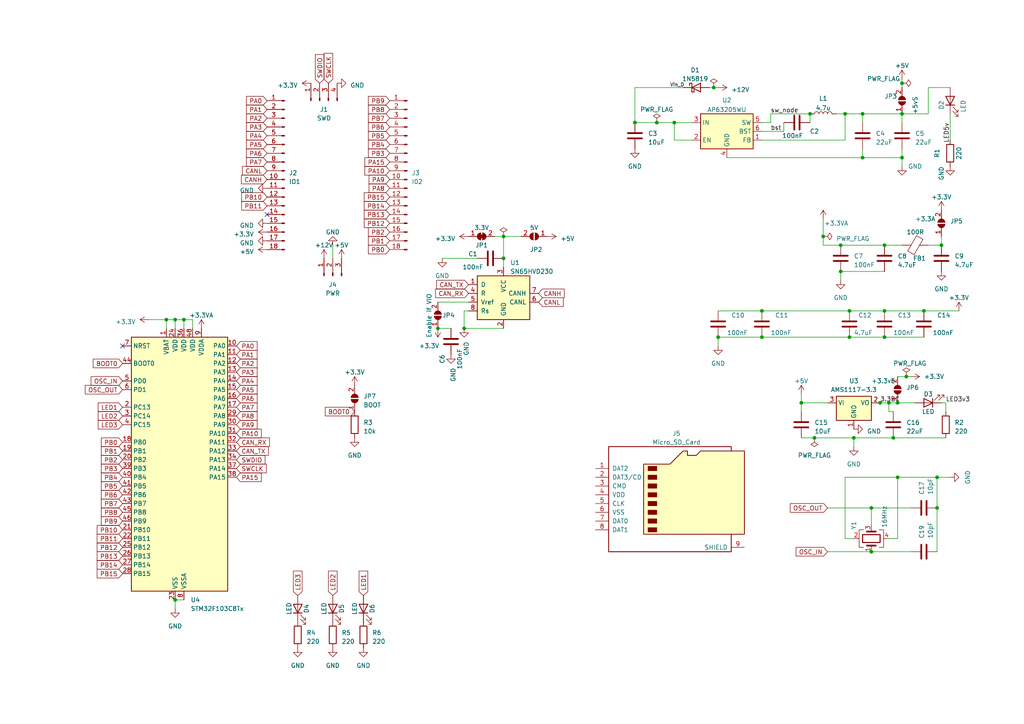
<source format=kicad_sch>
(kicad_sch (version 20230121) (generator eeschema)
  (paper "A4")
  (lib_symbols
    (symbol "Connector:Conn_01x03_Pin" (pin_names (offset 1.016) hide)
      (property "Reference" "J" (at 0 5.08 0))
      (property "Value" "Conn_01x03_Pin" (at 0 -5.08 0))
      (symbol "Conn_01x03_Pin_1_1"
        (pin passive line (at 5.08 2.54 180) (length 3.81) (name "Pin_1") (number "1"))
        (pin passive line (at 5.08 0 180) (length 3.81) (name "Pin_2") (number "2"))
        (pin passive line (at 5.08 -2.54 180) (length 3.81) (name "Pin_3") (number "3"))
      )
    )
    (symbol "Connector:Conn_01x04_Pin" (pin_names (offset 1.016) hide)
      (property "Reference" "J" (at 0 5.08 0))
      (property "Value" "Conn_01x04_Pin" (at 0 -7.62 0))
      (symbol "Conn_01x04_Pin_1_1"
        (pin passive line (at 5.08 2.54 180) (length 3.81) (name "Pin_1") (number "1"))
        (pin passive line (at 5.08 0 180) (length 3.81) (name "Pin_2") (number "2"))
        (pin passive line (at 5.08 -2.54 180) (length 3.81) (name "Pin_3") (number "3"))
        (pin passive line (at 5.08 -5.08 180) (length 3.81) (name "Pin_4") (number "4"))
      )
    )
    (symbol "Connector:Conn_01x18_Pin" (pin_names (offset 1.016) hide)
      (property "Reference" "J" (at 0 22.86 0))
      (property "Value" "Conn_01x18_Pin" (at 0 -25.4 0))
      (symbol "Conn_01x18_Pin_1_1"
        (pin passive line (at 5.08 20.32 180) (length 3.81) (name "Pin_1") (number "1"))
        (pin passive line (at 5.08 -2.54 180) (length 3.81) (name "Pin_10") (number "10"))
        (pin passive line (at 5.08 -5.08 180) (length 3.81) (name "Pin_11") (number "11"))
        (pin passive line (at 5.08 -7.62 180) (length 3.81) (name "Pin_12") (number "12"))
        (pin passive line (at 5.08 -10.16 180) (length 3.81) (name "Pin_13") (number "13"))
        (pin passive line (at 5.08 -12.7 180) (length 3.81) (name "Pin_14") (number "14"))
        (pin passive line (at 5.08 -15.24 180) (length 3.81) (name "Pin_15") (number "15"))
        (pin passive line (at 5.08 -17.78 180) (length 3.81) (name "Pin_16") (number "16"))
        (pin passive line (at 5.08 -20.32 180) (length 3.81) (name "Pin_17") (number "17"))
        (pin passive line (at 5.08 -22.86 180) (length 3.81) (name "Pin_18") (number "18"))
        (pin passive line (at 5.08 17.78 180) (length 3.81) (name "Pin_2") (number "2"))
        (pin passive line (at 5.08 15.24 180) (length 3.81) (name "Pin_3") (number "3"))
        (pin passive line (at 5.08 12.7 180) (length 3.81) (name "Pin_4") (number "4"))
        (pin passive line (at 5.08 10.16 180) (length 3.81) (name "Pin_5") (number "5"))
        (pin passive line (at 5.08 7.62 180) (length 3.81) (name "Pin_6") (number "6"))
        (pin passive line (at 5.08 5.08 180) (length 3.81) (name "Pin_7") (number "7"))
        (pin passive line (at 5.08 2.54 180) (length 3.81) (name "Pin_8") (number "8"))
        (pin passive line (at 5.08 0 180) (length 3.81) (name "Pin_9") (number "9"))
      )
    )
    (symbol "Connector:Micro_SD_Card" (pin_names (offset 1.016))
      (property "Reference" "J" (at -16.51 15.24 0))
      (property "Value" "Micro_SD_Card" (at 16.51 15.24 0))
      (symbol "Micro_SD_Card_1_1"
        (pin bidirectional line (at -22.86 7.62 0) (length 3.81) (name "DAT2") (number "1"))
        (pin bidirectional line (at -22.86 5.08 0) (length 3.81) (name "DAT3/CD") (number "2"))
        (pin input line (at -22.86 2.54 0) (length 3.81) (name "CMD") (number "3"))
        (pin power_in line (at -22.86 0 0) (length 3.81) (name "VDD") (number "4"))
        (pin input line (at -22.86 -2.54 0) (length 3.81) (name "CLK") (number "5"))
        (pin power_in line (at -22.86 -5.08 0) (length 3.81) (name "VSS") (number "6"))
        (pin bidirectional line (at -22.86 -7.62 0) (length 3.81) (name "DAT0") (number "7"))
        (pin bidirectional line (at -22.86 -10.16 0) (length 3.81) (name "DAT1") (number "8"))
        (pin passive line (at 20.32 -15.24 180) (length 3.81) (name "SHIELD") (number "9"))
      )
    )
    (symbol "Device:C" (pin_numbers hide) (pin_names (offset 0.254))
      (property "Reference" "C" (at 0.635 2.54 0))
      (property "Value" "C" (at 0.635 -2.54 0))
      (symbol "C_1_1"
        (pin passive line (at 0 3.81 270) (length 2.794) (name "~") (number "1"))
        (pin passive line (at 0 -3.81 90) (length 2.794) (name "~") (number "2"))
      )
    )
    (symbol "Device:Crystal_GND24" (pin_names (offset 1.016) hide)
      (property "Reference" "Y" (at 3.175 5.08 0))
      (property "Value" "Crystal_GND24" (at 3.175 3.175 0))
      (symbol "Crystal_GND24_1_1"
        (pin passive line (at -3.81 0 0) (length 1.27) (name "1") (number "1"))
        (pin passive line (at 0 5.08 270) (length 1.27) (name "2") (number "2"))
        (pin passive line (at 3.81 0 180) (length 1.27) (name "3") (number "3"))
        (pin passive line (at 0 -5.08 90) (length 1.27) (name "4") (number "4"))
      )
    )
    (symbol "Device:D_Schottky" (pin_numbers hide) (pin_names (offset 1.016) hide)
      (property "Reference" "D" (at 0 2.54 0))
      (property "Value" "D_Schottky" (at 0 -2.54 0))
      (symbol "D_Schottky_1_1"
        (pin passive line (at -3.81 0 0) (length 2.54) (name "K") (number "1"))
        (pin passive line (at 3.81 0 180) (length 2.54) (name "A") (number "2"))
      )
    )
    (symbol "Device:FerriteBead" (pin_numbers hide) (pin_names (offset 0))
      (property "Reference" "FB" (at -3.81 0.635 90))
      (property "Value" "FerriteBead" (at 3.81 0 90))
      (symbol "FerriteBead_1_1"
        (pin passive line (at 0 3.81 270) (length 2.54) (name "~") (number "1"))
        (pin passive line (at 0 -3.81 90) (length 2.54) (name "~") (number "2"))
      )
    )
    (symbol "Device:L" (pin_numbers hide) (pin_names (offset 1.016) hide)
      (property "Reference" "L" (at -1.27 0 90))
      (property "Value" "L" (at 1.905 0 90))
      (symbol "L_1_1"
        (pin passive line (at 0 3.81 270) (length 1.27) (name "1") (number "1"))
        (pin passive line (at 0 -3.81 90) (length 1.27) (name "2") (number "2"))
      )
    )
    (symbol "Device:LED" (pin_numbers hide) (pin_names (offset 1.016) hide)
      (property "Reference" "D" (at 0 2.54 0))
      (property "Value" "LED" (at 0 -2.54 0))
      (symbol "LED_1_1"
        (pin passive line (at -3.81 0 0) (length 2.54) (name "K") (number "1"))
        (pin passive line (at 3.81 0 180) (length 2.54) (name "A") (number "2"))
      )
    )
    (symbol "Device:R" (pin_numbers hide) (pin_names (offset 0))
      (property "Reference" "R" (at 2.032 0 90))
      (property "Value" "R" (at 0 0 90))
      (symbol "R_1_1"
        (pin passive line (at 0 3.81 270) (length 1.27) (name "~") (number "1"))
        (pin passive line (at 0 -3.81 90) (length 1.27) (name "~") (number "2"))
      )
    )
    (symbol "Interface_CAN_LIN:SN65HVD230" (pin_names (offset 1.016))
      (property "Reference" "U" (at -2.54 10.16 0))
      (property "Value" "SN65HVD230" (at -2.54 7.62 0))
      (symbol "SN65HVD230_1_1"
        (pin input line (at -10.16 2.54 0) (length 2.54) (name "D") (number "1"))
        (pin power_in line (at 0 -10.16 90) (length 2.54) (name "GND") (number "2"))
        (pin power_in line (at 0 7.62 270) (length 2.54) (name "VCC") (number "3"))
        (pin output line (at -10.16 0 0) (length 2.54) (name "R") (number "4"))
        (pin output line (at -10.16 -2.54 0) (length 2.54) (name "Vref") (number "5"))
        (pin bidirectional line (at 10.16 -2.54 180) (length 2.54) (name "CANL") (number "6"))
        (pin bidirectional line (at 10.16 0 180) (length 2.54) (name "CANH") (number "7"))
        (pin input line (at -10.16 -5.08 0) (length 2.54) (name "Rs") (number "8"))
      )
    )
    (symbol "Jumper:SolderJumper_2_Bridged" (pin_names (offset 0) hide)
      (property "Reference" "JP" (at 0 2.032 0))
      (property "Value" "SolderJumper_2_Bridged" (at 0 -2.54 0))
      (symbol "SolderJumper_2_Bridged_1_1"
        (pin passive line (at -3.81 0 0) (length 2.54) (name "A") (number "1"))
        (pin passive line (at 3.81 0 180) (length 2.54) (name "B") (number "2"))
      )
    )
    (symbol "Jumper:SolderJumper_2_Open" (pin_names (offset 0) hide)
      (property "Reference" "JP" (at 0 2.032 0))
      (property "Value" "SolderJumper_2_Open" (at 0 -2.54 0))
      (symbol "SolderJumper_2_Open_1_1"
        (pin passive line (at -3.81 0 0) (length 2.54) (name "A") (number "1"))
        (pin passive line (at 3.81 0 180) (length 2.54) (name "B") (number "2"))
      )
    )
    (symbol "MCU_ST_STM32F1:STM32F103C8Tx"
      (property "Reference" "U" (at -12.7 39.37 0))
      (property "Value" "STM32F103C8Tx" (at 10.16 39.37 0))
      (symbol "STM32F103C8Tx_1_1"
        (pin power_in line (at -2.54 40.64 270) (length 2.54) (name "VBAT") (number "1"))
        (pin bidirectional line (at 17.78 35.56 180) (length 2.54) (name "PA0") (number "10"))
        (pin bidirectional line (at 17.78 33.02 180) (length 2.54) (name "PA1") (number "11"))
        (pin bidirectional line (at 17.78 30.48 180) (length 2.54) (name "PA2") (number "12"))
        (pin bidirectional line (at 17.78 27.94 180) (length 2.54) (name "PA3") (number "13"))
        (pin bidirectional line (at 17.78 25.4 180) (length 2.54) (name "PA4") (number "14"))
        (pin bidirectional line (at 17.78 22.86 180) (length 2.54) (name "PA5") (number "15"))
        (pin bidirectional line (at 17.78 20.32 180) (length 2.54) (name "PA6") (number "16"))
        (pin bidirectional line (at 17.78 17.78 180) (length 2.54) (name "PA7") (number "17"))
        (pin bidirectional line (at -15.24 7.62 0) (length 2.54) (name "PB0") (number "18"))
        (pin bidirectional line (at -15.24 5.08 0) (length 2.54) (name "PB1") (number "19"))
        (pin bidirectional line (at -15.24 17.78 0) (length 2.54) (name "PC13") (number "2"))
        (pin bidirectional line (at -15.24 2.54 0) (length 2.54) (name "PB2") (number "20"))
        (pin bidirectional line (at -15.24 -17.78 0) (length 2.54) (name "PB10") (number "21"))
        (pin bidirectional line (at -15.24 -20.32 0) (length 2.54) (name "PB11") (number "22"))
        (pin power_in line (at 0 -38.1 90) (length 2.54) (name "VSS") (number "23"))
        (pin power_in line (at 0 40.64 270) (length 2.54) (name "VDD") (number "24"))
        (pin bidirectional line (at -15.24 -22.86 0) (length 2.54) (name "PB12") (number "25"))
        (pin bidirectional line (at -15.24 -25.4 0) (length 2.54) (name "PB13") (number "26"))
        (pin bidirectional line (at -15.24 -27.94 0) (length 2.54) (name "PB14") (number "27"))
        (pin bidirectional line (at -15.24 -30.48 0) (length 2.54) (name "PB15") (number "28"))
        (pin bidirectional line (at 17.78 15.24 180) (length 2.54) (name "PA8") (number "29"))
        (pin bidirectional line (at -15.24 15.24 0) (length 2.54) (name "PC14") (number "3"))
        (pin bidirectional line (at 17.78 12.7 180) (length 2.54) (name "PA9") (number "30"))
        (pin bidirectional line (at 17.78 10.16 180) (length 2.54) (name "PA10") (number "31"))
        (pin bidirectional line (at 17.78 7.62 180) (length 2.54) (name "PA11") (number "32"))
        (pin bidirectional line (at 17.78 5.08 180) (length 2.54) (name "PA12") (number "33"))
        (pin bidirectional line (at 17.78 2.54 180) (length 2.54) (name "PA13") (number "34"))
        (pin passive line (at 0 -38.1 90) (length 2.54) hide (name "VSS") (number "35"))
        (pin power_in line (at 2.54 40.64 270) (length 2.54) (name "VDD") (number "36"))
        (pin bidirectional line (at 17.78 0 180) (length 2.54) (name "PA14") (number "37"))
        (pin bidirectional line (at 17.78 -2.54 180) (length 2.54) (name "PA15") (number "38"))
        (pin bidirectional line (at -15.24 0 0) (length 2.54) (name "PB3") (number "39"))
        (pin bidirectional line (at -15.24 12.7 0) (length 2.54) (name "PC15") (number "4"))
        (pin bidirectional line (at -15.24 -2.54 0) (length 2.54) (name "PB4") (number "40"))
        (pin bidirectional line (at -15.24 -5.08 0) (length 2.54) (name "PB5") (number "41"))
        (pin bidirectional line (at -15.24 -7.62 0) (length 2.54) (name "PB6") (number "42"))
        (pin bidirectional line (at -15.24 -10.16 0) (length 2.54) (name "PB7") (number "43"))
        (pin input line (at -15.24 30.48 0) (length 2.54) (name "BOOT0") (number "44"))
        (pin bidirectional line (at -15.24 -12.7 0) (length 2.54) (name "PB8") (number "45"))
        (pin bidirectional line (at -15.24 -15.24 0) (length 2.54) (name "PB9") (number "46"))
        (pin passive line (at 0 -38.1 90) (length 2.54) hide (name "VSS") (number "47"))
        (pin power_in line (at 5.08 40.64 270) (length 2.54) (name "VDD") (number "48"))
        (pin bidirectional line (at -15.24 25.4 0) (length 2.54) (name "PD0") (number "5"))
        (pin bidirectional line (at -15.24 22.86 0) (length 2.54) (name "PD1") (number "6"))
        (pin input line (at -15.24 35.56 0) (length 2.54) (name "NRST") (number "7"))
        (pin power_in line (at 2.54 -38.1 90) (length 2.54) (name "VSSA") (number "8"))
        (pin power_in line (at 7.62 40.64 270) (length 2.54) (name "VDDA") (number "9"))
      )
    )
    (symbol "Regulator_Linear:AMS1117-3.3"
      (property "Reference" "U" (at -3.81 3.175 0))
      (property "Value" "AMS1117-3.3" (at 0 3.175 0))
      (symbol "AMS1117-3.3_1_1"
        (pin power_in line (at 0 -7.62 90) (length 2.54) (name "GND") (number "1"))
        (pin power_out line (at 7.62 0 180) (length 2.54) (name "VO") (number "2"))
        (pin power_in line (at -7.62 0 0) (length 2.54) (name "VI") (number "3"))
      )
    )
    (symbol "Regulator_Switching:AP63205WU"
      (property "Reference" "U" (at -7.62 6.35 0))
      (property "Value" "AP63205WU" (at 2.54 6.35 0))
      (symbol "AP63205WU_1_1"
        (pin input line (at 10.16 -2.54 180) (length 2.54) (name "FB") (number "1"))
        (pin input line (at -10.16 -2.54 0) (length 2.54) (name "EN") (number "2"))
        (pin power_in line (at -10.16 2.54 0) (length 2.54) (name "IN") (number "3"))
        (pin power_in line (at 0 -7.62 90) (length 2.54) (name "GND") (number "4"))
        (pin output line (at 10.16 2.54 180) (length 2.54) (name "SW") (number "5"))
        (pin passive line (at 10.16 0 180) (length 2.54) (name "BST") (number "6"))
      )
    )
    (symbol "power:+12V" (power) (pin_names (offset 0))
      (property "Value" "+12V" (at 0 3.556 0))
      (symbol "+12V_1_1"
        (pin power_in line (at 0 0 90) (length 0) hide (name "+12V") (number "1"))
      )
    )
    (symbol "power:+3.3V" (power) (pin_names (offset 0))
      (property "Value" "+3.3V" (at 0 3.556 0))
      (symbol "+3.3V_1_1"
        (pin power_in line (at 0 0 90) (length 0) hide (name "+3.3V") (number "1"))
      )
    )
    (symbol "power:+3.3VA" (power) (pin_names (offset 0))
      (property "Value" "+3.3VA" (at 0 3.556 0))
      (symbol "+3.3VA_1_1"
        (pin power_in line (at 0 0 90) (length 0) hide (name "+3.3VA") (number "1"))
      )
    )
    (symbol "power:+5V" (power) (pin_names (offset 0))
      (property "Value" "+5V" (at 0 3.556 0))
      (symbol "+5V_1_1"
        (pin power_in line (at 0 0 90) (length 0) hide (name "+5V") (number "1"))
      )
    )
    (symbol "power:GND" (power) (pin_names (offset 0))
      (property "Value" "GND" (at 0 -3.81 0))
      (symbol "GND_1_1"
        (pin power_in line (at 0 0 270) (length 0) hide (name "GND") (number "1"))
      )
    )
    (symbol "power:PWR_FLAG" (power) (pin_numbers hide) (pin_names (offset 0) hide)
      (property "Value" "PWR_FLAG" (at 0 3.81 0))
      (symbol "PWR_FLAG_0_0"
        (pin power_out line (at 0 0 90) (length 0) (name "pwr") (number "1"))
      )
    )
  )
  (junction (at 146.05 68.58))
  (junction (at 252.73 147.32))
  (junction (at 53.34 92.71))
  (junction (at 256.54 90.17))
  (junction (at 247.65 127))
  (junction (at 273.05 71.12))
  (junction (at 271.78 147.32))
  (junction (at 246.38 97.79))
  (junction (at 261.62 24.13))
  (junction (at 255.27 116.84))
  (junction (at 48.26 92.71))
  (junction (at 246.38 90.17))
  (junction (at 220.98 97.79))
  (junction (at 259.08 127))
  (junction (at 190.5 35.56))
  (junction (at 243.84 78.74))
  (junction (at 232.41 116.84))
  (junction (at 256.54 71.12))
  (junction (at 184.15 35.56))
  (junction (at 236.22 127))
  (junction (at 238.76 68.58))
  (junction (at 257.81 116.84))
  (junction (at 134.62 95.25))
  (junction (at 256.54 97.79))
  (junction (at 261.62 33.02))
  (junction (at 208.28 97.79))
  (junction (at 220.98 90.17))
  (junction (at 252.73 160.02))
  (junction (at 267.97 90.17))
  (junction (at 234.95 33.02))
  (junction (at 250.19 33.02))
  (junction (at 262.89 109.22))
  (junction (at 127 95.25))
  (junction (at 260.35 138.43))
  (junction (at 271.78 138.43))
  (junction (at 146.05 74.93))
  (junction (at 261.62 45.72))
  (junction (at 195.58 35.56))
  (junction (at 50.8 173.99))
  (junction (at 243.84 71.12))
  (junction (at 50.8 92.71))
  (junction (at 207.01 25.4))
  (junction (at 245.11 33.02))
  (junction (at 250.19 45.72))
  (junction (at 260.35 116.84))
  (no_connect (at 35.56 100.33))
  (no_connect (at 77.47 62.23))
  (wire (pts (xy 227.33 35.56) (xy 227.33 38.1)))
  (wire (pts (xy 210.82 45.72) (xy 250.19 45.72)))
  (wire (pts (xy 271.78 147.32) (xy 271.78 138.43)))
  (wire (pts (xy 275.59 25.4) (xy 269.24 25.4)))
  (wire (pts (xy 246.38 97.79) (xy 256.54 97.79)))
  (wire (pts (xy 50.8 173.99) (xy 53.34 173.99)))
  (wire (pts (xy 247.65 127) (xy 259.08 127)))
  (wire (pts (xy 232.41 127) (xy 236.22 127)))
  (wire (pts (xy 252.73 160.02) (xy 264.16 160.02)))
  (wire (pts (xy 245.11 40.64) (xy 245.11 33.02)))
  (wire (pts (xy 55.88 92.71) (xy 55.88 95.25)))
  (wire (pts (xy 190.5 35.56) (xy 195.58 35.56)))
  (wire (pts (xy 252.73 147.32) (xy 252.73 152.4)))
  (wire (pts (xy 223.52 35.56) (xy 223.52 33.02)))
  (wire (pts (xy 50.8 92.71) (xy 53.34 92.71)))
  (wire (pts (xy 260.35 156.21) (xy 257.81 156.21)))
  (wire (pts (xy 232.41 116.84) (xy 232.41 114.3)))
  (wire (pts (xy 243.84 78.74) (xy 256.54 78.74)))
  (wire (pts (xy 146.05 74.93) (xy 146.05 77.47)))
  (wire (pts (xy 260.35 116.84) (xy 265.43 116.84)))
  (wire (pts (xy 250.19 43.18) (xy 250.19 45.72)))
  (wire (pts (xy 252.73 147.32) (xy 264.16 147.32)))
  (wire (pts (xy 220.98 90.17) (xy 246.38 90.17)))
  (wire (pts (xy 146.05 68.58) (xy 151.13 68.58)))
  (wire (pts (xy 240.03 116.84) (xy 232.41 116.84)))
  (wire (pts (xy 261.62 24.13) (xy 261.62 25.4)))
  (wire (pts (xy 232.41 116.84) (xy 232.41 119.38)))
  (wire (pts (xy 234.95 33.02) (xy 234.95 35.56)))
  (wire (pts (xy 208.28 25.4) (xy 207.01 25.4)))
  (wire (pts (xy 184.15 25.4) (xy 184.15 35.56)))
  (wire (pts (xy 267.97 90.17) (xy 278.13 90.17)))
  (wire (pts (xy 269.24 33.02) (xy 261.62 33.02)))
  (wire (pts (xy 245.11 156.21) (xy 245.11 138.43)))
  (wire (pts (xy 260.35 109.22) (xy 262.89 109.22)))
  (wire (pts (xy 254 116.84) (xy 255.27 116.84)))
  (wire (pts (xy 236.22 127) (xy 247.65 127)))
  (wire (pts (xy 273.05 68.58) (xy 273.05 71.12)))
  (wire (pts (xy 261.62 43.18) (xy 261.62 45.72)))
  (wire (pts (xy 269.24 71.12) (xy 273.05 71.12)))
  (wire (pts (xy 53.34 92.71) (xy 53.34 95.25)))
  (wire (pts (xy 261.62 33.02) (xy 261.62 35.56)))
  (wire (pts (xy 250.19 45.72) (xy 261.62 45.72)))
  (wire (pts (xy 96.52 71.12) (xy 96.52 74.93)))
  (wire (pts (xy 134.62 95.25) (xy 134.62 90.17)))
  (wire (pts (xy 146.05 95.25) (xy 134.62 95.25)))
  (wire (pts (xy 275.59 138.43) (xy 271.78 138.43)))
  (wire (pts (xy 256.54 90.17) (xy 267.97 90.17)))
  (wire (pts (xy 207.01 25.4) (xy 205.74 25.4)))
  (wire (pts (xy 261.62 22.86) (xy 261.62 24.13)))
  (wire (pts (xy 43.18 92.71) (xy 48.26 92.71)))
  (wire (pts (xy 50.8 92.71) (xy 50.8 95.25)))
  (wire (pts (xy 220.98 40.64) (xy 245.11 40.64)))
  (wire (pts (xy 134.62 90.17) (xy 135.89 90.17)))
  (wire (pts (xy 220.98 97.79) (xy 246.38 97.79)))
  (wire (pts (xy 48.26 92.71) (xy 48.26 95.25)))
  (wire (pts (xy 243.84 71.12) (xy 256.54 71.12)))
  (wire (pts (xy 220.98 35.56) (xy 223.52 35.56)))
  (wire (pts (xy 257.81 116.84) (xy 260.35 116.84)))
  (wire (pts (xy 250.19 33.02) (xy 250.19 35.56)))
  (wire (pts (xy 260.35 138.43) (xy 271.78 138.43)))
  (wire (pts (xy 238.76 68.58) (xy 238.76 71.12)))
  (wire (pts (xy 143.51 68.58) (xy 146.05 68.58)))
  (wire (pts (xy 208.28 97.79) (xy 220.98 97.79)))
  (wire (pts (xy 208.28 97.79) (xy 208.28 100.33)))
  (wire (pts (xy 269.24 25.4) (xy 269.24 33.02)))
  (wire (pts (xy 246.38 90.17) (xy 256.54 90.17)))
  (wire (pts (xy 238.76 63.5) (xy 238.76 68.58)))
  (wire (pts (xy 48.26 92.71) (xy 50.8 92.71)))
  (wire (pts (xy 184.15 25.4) (xy 198.12 25.4)))
  (wire (pts (xy 200.66 40.64) (xy 195.58 40.64)))
  (wire (pts (xy 259.08 127) (xy 274.32 127)))
  (wire (pts (xy 53.34 92.71) (xy 55.88 92.71)))
  (wire (pts (xy 261.62 45.72) (xy 261.62 48.26)))
  (wire (pts (xy 208.28 90.17) (xy 220.98 90.17)))
  (wire (pts (xy 127 95.25) (xy 130.81 95.25)))
  (wire (pts (xy 146.05 68.58) (xy 146.05 74.93)))
  (wire (pts (xy 245.11 33.02) (xy 250.19 33.02)))
  (wire (pts (xy 274.32 119.38) (xy 274.32 116.84)))
  (wire (pts (xy 184.15 35.56) (xy 190.5 35.56)))
  (wire (pts (xy 223.52 33.02) (xy 234.95 33.02)))
  (wire (pts (xy 243.84 78.74) (xy 243.84 81.28)))
  (wire (pts (xy 273.05 116.84) (xy 274.32 116.84)))
  (wire (pts (xy 256.54 71.12) (xy 261.62 71.12)))
  (wire (pts (xy 245.11 138.43) (xy 260.35 138.43)))
  (wire (pts (xy 252.73 160.02) (xy 240.03 160.02)))
  (wire (pts (xy 260.35 156.21) (xy 260.35 138.43)))
  (wire (pts (xy 195.58 35.56) (xy 200.66 35.56)))
  (wire (pts (xy 262.89 109.22) (xy 264.16 109.22)))
  (wire (pts (xy 50.8 173.99) (xy 50.8 176.53)))
  (wire (pts (xy 257.81 116.84) (xy 257.81 119.38)))
  (wire (pts (xy 247.65 127) (xy 247.65 129.54)))
  (wire (pts (xy 271.78 160.02) (xy 271.78 147.32)))
  (wire (pts (xy 240.03 147.32) (xy 252.73 147.32)))
  (wire (pts (xy 275.59 33.02) (xy 275.59 40.64)))
  (wire (pts (xy 255.27 116.84) (xy 257.81 116.84)))
  (wire (pts (xy 250.19 33.02) (xy 261.62 33.02)))
  (wire (pts (xy 128.27 74.93) (xy 138.43 74.93)))
  (wire (pts (xy 238.76 71.12) (xy 243.84 71.12)))
  (wire (pts (xy 220.98 38.1) (xy 227.33 38.1)))
  (wire (pts (xy 127 87.63) (xy 135.89 87.63)))
  (wire (pts (xy 256.54 97.79) (xy 267.97 97.79)))
  (wire (pts (xy 257.81 119.38) (xy 259.08 119.38)))
  (wire (pts (xy 245.11 156.21) (xy 247.65 156.21)))
  (wire (pts (xy 195.58 40.64) (xy 195.58 35.56)))
  (wire (pts (xy 242.57 33.02) (xy 245.11 33.02)))
  (label "Vin_D" (at 194.31 25.4 0) (effects (font (size 1 1))))
  (label "LED5v" (at 275.59 35.56 270))
  (label "sw_node" (at 223.52 33.02 0))
  (label "3.3BC" (at 255.27 116.84 0))
  (label "bst" (at 223.52 38.1 0))
  (label "LED3v3" (at 274.32 116.84 0))
  (global_label "PB10" (shape input) (at 77.47 57.15 180) (property "Intersheetrefs" "${INTERSHEET_REFS}" (effects hide)))
  (global_label "PA1" (shape input) (at 77.47 31.75 180) (property "Intersheetrefs" "${INTERSHEET_REFS}" (effects hide)))
  (global_label "PA4" (shape input) (at 68.58 110.49 0) (property "Intersheetrefs" "${INTERSHEET_REFS}" (effects hide)))
  (global_label "LED3" (shape input) (at 35.56 123.19 180) (property "Intersheetrefs" "${INTERSHEET_REFS}" (effects hide)))
  (global_label "PA0" (shape input) (at 77.47 29.21 180) (property "Intersheetrefs" "${INTERSHEET_REFS}" (effects hide)))
  (global_label "PB8" (shape input) (at 35.56 148.59 180) (property "Intersheetrefs" "${INTERSHEET_REFS}" (effects hide)))
  (global_label "PA9" (shape input) (at 68.58 123.19 0) (property "Intersheetrefs" "${INTERSHEET_REFS}" (effects hide)))
  (global_label "PA7" (shape input) (at 68.58 118.11 0) (property "Intersheetrefs" "${INTERSHEET_REFS}" (effects hide)))
  (global_label "PB15" (shape input) (at 35.56 166.37 180) (property "Intersheetrefs" "${INTERSHEET_REFS}" (effects hide)))
  (global_label "PA3" (shape input) (at 77.47 36.83 180) (property "Intersheetrefs" "${INTERSHEET_REFS}" (effects hide)))
  (global_label "PA8" (shape input) (at 113.03 54.61 180) (property "Intersheetrefs" "${INTERSHEET_REFS}" (effects hide)))
  (global_label "PA10" (shape input) (at 68.58 125.73 0) (property "Intersheetrefs" "${INTERSHEET_REFS}" (effects hide)))
  (global_label "PB4" (shape input) (at 35.56 138.43 180) (property "Intersheetrefs" "${INTERSHEET_REFS}" (effects hide)))
  (global_label "PA9" (shape input) (at 113.03 52.07 180) (property "Intersheetrefs" "${INTERSHEET_REFS}" (effects hide)))
  (global_label "CANL" (shape input) (at 156.21 87.63 0) (property "Intersheetrefs" "${INTERSHEET_REFS}" (effects hide)))
  (global_label "LED3" (shape input) (at 86.36 172.72 90) (property "Intersheetrefs" "${INTERSHEET_REFS}" (effects hide)))
  (global_label "PB4" (shape input) (at 113.03 41.91 180) (property "Intersheetrefs" "${INTERSHEET_REFS}" (effects hide)))
  (global_label "CAN_RX" (shape input) (at 68.58 128.27 0) (property "Intersheetrefs" "${INTERSHEET_REFS}" (effects hide)))
  (global_label "BOOT0" (shape input) (at 102.87 119.38 180) (property "Intersheetrefs" "${INTERSHEET_REFS}" (effects hide)))
  (global_label "PA0" (shape input) (at 68.58 100.33 0) (property "Intersheetrefs" "${INTERSHEET_REFS}" (effects hide)))
  (global_label "CAN_RX" (shape input) (at 135.89 85.09 180) (property "Intersheetrefs" "${INTERSHEET_REFS}" (effects hide)))
  (global_label "PB2" (shape input) (at 113.03 67.31 180) (property "Intersheetrefs" "${INTERSHEET_REFS}" (effects hide)))
  (global_label "PB11" (shape input) (at 35.56 156.21 180) (property "Intersheetrefs" "${INTERSHEET_REFS}" (effects hide)))
  (global_label "PB7" (shape input) (at 35.56 146.05 180) (property "Intersheetrefs" "${INTERSHEET_REFS}" (effects hide)))
  (global_label "PA6" (shape input) (at 68.58 115.57 0) (property "Intersheetrefs" "${INTERSHEET_REFS}" (effects hide)))
  (global_label "SWDIO" (shape input) (at 92.71 24.13 90) (property "Intersheetrefs" "${INTERSHEET_REFS}" (effects hide)))
  (global_label "PA15" (shape input) (at 68.58 138.43 0) (property "Intersheetrefs" "${INTERSHEET_REFS}" (effects hide)))
  (global_label "PB0" (shape input) (at 35.56 128.27 180) (property "Intersheetrefs" "${INTERSHEET_REFS}" (effects hide)))
  (global_label "SWCLK" (shape input) (at 95.25 24.13 90) (property "Intersheetrefs" "${INTERSHEET_REFS}" (effects hide)))
  (global_label "PB6" (shape input) (at 35.56 143.51 180) (property "Intersheetrefs" "${INTERSHEET_REFS}" (effects hide)))
  (global_label "PB13" (shape input) (at 35.56 161.29 180) (property "Intersheetrefs" "${INTERSHEET_REFS}" (effects hide)))
  (global_label "PB14" (shape input) (at 113.03 59.69 180) (property "Intersheetrefs" "${INTERSHEET_REFS}" (effects hide)))
  (global_label "PB14" (shape input) (at 35.56 163.83 180) (property "Intersheetrefs" "${INTERSHEET_REFS}" (effects hide)))
  (global_label "PA7" (shape input) (at 77.47 46.99 180) (property "Intersheetrefs" "${INTERSHEET_REFS}" (effects hide)))
  (global_label "PB12" (shape input) (at 35.56 158.75 180) (property "Intersheetrefs" "${INTERSHEET_REFS}" (effects hide)))
  (global_label "CANH" (shape input) (at 156.21 85.09 0) (property "Intersheetrefs" "${INTERSHEET_REFS}" (effects hide)))
  (global_label "PA4" (shape input) (at 77.47 39.37 180) (property "Intersheetrefs" "${INTERSHEET_REFS}" (effects hide)))
  (global_label "PA5" (shape input) (at 77.47 41.91 180) (property "Intersheetrefs" "${INTERSHEET_REFS}" (effects hide)))
  (global_label "PA8" (shape input) (at 68.58 120.65 0) (property "Intersheetrefs" "${INTERSHEET_REFS}" (effects hide)))
  (global_label "PB0" (shape input) (at 113.03 72.39 180) (property "Intersheetrefs" "${INTERSHEET_REFS}" (effects hide)))
  (global_label "OSC_OUT" (shape input) (at 240.03 147.32 180) (property "Intersheetrefs" "${INTERSHEET_REFS}" (effects hide)))
  (global_label "OSC_IN" (shape input) (at 35.56 110.49 180) (property "Intersheetrefs" "${INTERSHEET_REFS}" (effects hide)))
  (global_label "SWDIO" (shape input) (at 68.58 133.35 0) (property "Intersheetrefs" "${INTERSHEET_REFS}" (effects hide)))
  (global_label "BOOT0" (shape input) (at 35.56 105.41 180) (property "Intersheetrefs" "${INTERSHEET_REFS}" (effects hide)))
  (global_label "CAN_TX" (shape input) (at 135.89 82.55 180) (property "Intersheetrefs" "${INTERSHEET_REFS}" (effects hide)))
  (global_label "PB1" (shape input) (at 113.03 69.85 180) (property "Intersheetrefs" "${INTERSHEET_REFS}" (effects hide)))
  (global_label "CANL" (shape input) (at 77.47 49.53 180) (property "Intersheetrefs" "${INTERSHEET_REFS}" (effects hide)))
  (global_label "LED2" (shape input) (at 35.56 120.65 180) (property "Intersheetrefs" "${INTERSHEET_REFS}" (effects hide)))
  (global_label "PA2" (shape input) (at 68.58 105.41 0) (property "Intersheetrefs" "${INTERSHEET_REFS}" (effects hide)))
  (global_label "PA2" (shape input) (at 77.47 34.29 180) (property "Intersheetrefs" "${INTERSHEET_REFS}" (effects hide)))
  (global_label "PB3" (shape input) (at 113.03 44.45 180) (property "Intersheetrefs" "${INTERSHEET_REFS}" (effects hide)))
  (global_label "PB9" (shape input) (at 113.03 29.21 180) (property "Intersheetrefs" "${INTERSHEET_REFS}" (effects hide)))
  (global_label "PB15" (shape input) (at 113.03 57.15 180) (property "Intersheetrefs" "${INTERSHEET_REFS}" (effects hide)))
  (global_label "PA6" (shape input) (at 77.47 44.45 180) (property "Intersheetrefs" "${INTERSHEET_REFS}" (effects hide)))
  (global_label "PB9" (shape input) (at 35.56 151.13 180) (property "Intersheetrefs" "${INTERSHEET_REFS}" (effects hide)))
  (global_label "PB8" (shape input) (at 113.03 31.75 180) (property "Intersheetrefs" "${INTERSHEET_REFS}" (effects hide)))
  (global_label "LED2" (shape input) (at 96.52 172.72 90) (property "Intersheetrefs" "${INTERSHEET_REFS}" (effects hide)))
  (global_label "PB2" (shape input) (at 35.56 133.35 180) (property "Intersheetrefs" "${INTERSHEET_REFS}" (effects hide)))
  (global_label "LED1" (shape input) (at 35.56 118.11 180) (property "Intersheetrefs" "${INTERSHEET_REFS}" (effects hide)))
  (global_label "CAN_TX" (shape input) (at 68.58 130.81 0) (property "Intersheetrefs" "${INTERSHEET_REFS}" (effects hide)))
  (global_label "PA3" (shape input) (at 68.58 107.95 0) (property "Intersheetrefs" "${INTERSHEET_REFS}" (effects hide)))
  (global_label "LED1" (shape input) (at 105.41 172.72 90) (property "Intersheetrefs" "${INTERSHEET_REFS}" (effects hide)))
  (global_label "OSC_OUT" (shape input) (at 35.56 113.03 180) (property "Intersheetrefs" "${INTERSHEET_REFS}" (effects hide)))
  (global_label "OSC_IN" (shape input) (at 240.03 160.02 180) (property "Intersheetrefs" "${INTERSHEET_REFS}" (effects hide)))
  (global_label "PB6" (shape input) (at 113.03 36.83 180) (property "Intersheetrefs" "${INTERSHEET_REFS}" (effects hide)))
  (global_label "PB3" (shape input) (at 35.56 135.89 180) (property "Intersheetrefs" "${INTERSHEET_REFS}" (effects hide)))
  (global_label "PB11" (shape input) (at 77.47 59.69 180) (property "Intersheetrefs" "${INTERSHEET_REFS}" (effects hide)))
  (global_label "PA5" (shape input) (at 68.58 113.03 0) (property "Intersheetrefs" "${INTERSHEET_REFS}" (effects hide)))
  (global_label "PB12" (shape input) (at 113.03 64.77 180) (property "Intersheetrefs" "${INTERSHEET_REFS}" (effects hide)))
  (global_label "CANH" (shape input) (at 77.47 52.07 180) (property "Intersheetrefs" "${INTERSHEET_REFS}" (effects hide)))
  (global_label "PA1" (shape input) (at 68.58 102.87 0) (property "Intersheetrefs" "${INTERSHEET_REFS}" (effects hide)))
  (global_label "PB7" (shape input) (at 113.03 34.29 180) (property "Intersheetrefs" "${INTERSHEET_REFS}" (effects hide)))
  (global_label "PB5" (shape input) (at 35.56 140.97 180) (property "Intersheetrefs" "${INTERSHEET_REFS}" (effects hide)))
  (global_label "PB5" (shape input) (at 113.03 39.37 180) (property "Intersheetrefs" "${INTERSHEET_REFS}" (effects hide)))
  (global_label "PB10" (shape input) (at 35.56 153.67 180) (property "Intersheetrefs" "${INTERSHEET_REFS}" (effects hide)))
  (global_label "PA15" (shape input) (at 113.03 46.99 180) (property "Intersheetrefs" "${INTERSHEET_REFS}" (effects hide)))
  (global_label "SWCLK" (shape input) (at 68.58 135.89 0) (property "Intersheetrefs" "${INTERSHEET_REFS}" (effects hide)))
  (global_label "PA10" (shape input) (at 113.03 49.53 180) (property "Intersheetrefs" "${INTERSHEET_REFS}" (effects hide)))
  (global_label "PB1" (shape input) (at 35.56 130.81 180) (property "Intersheetrefs" "${INTERSHEET_REFS}" (effects hide)))
  (global_label "PB13" (shape input) (at 113.03 62.23 180) (property "Intersheetrefs" "${INTERSHEET_REFS}" (effects hide)))
  (symbol (lib_id "power:GND") (at 275.59 48.26 0) (unit 1)
    (property "Reference" "#PWR013" (effects hide))
    (property "Value" "GND" (at 273.05 48.26 90) (effects (justify right)))
  )
  (symbol (lib_id "Device:Crystal_GND24") (at 252.73 156.21 90) (unit 1)
    (property "Reference" "Y1" (at 247.65 152.4 0))
    (property "Value" "16MHz" (at 256.54 149.86 0))
    (property "Footprint" "Crystal:Crystal_SMD_3225-4Pin_3.2x2.5mm" (effects hide))
    (property "LCSC" "C13738" (effects hide))
  )
  (symbol (lib_id "power:+3.3V") (at 278.13 90.17 0) (unit 1)
    (property "Reference" "#PWR027" (effects hide))
    (property "Value" "+3.3V" (at 278.13 86.36 0))
  )
  (symbol (lib_id "Device:C") (at 184.15 39.37 0) (unit 1)
    (property "Reference" "C3" (at 187.96 38.735 0) (effects (justify left)))
    (property "Value" "10uF" (at 187.96 41.275 0) (effects (justify left)))
    (property "Footprint" "Capacitor_SMD:C_0805_2012Metric" (effects hide))
    (property "LCSC" "C440198" (effects hide))
  )
  (symbol (lib_id "Connector:Conn_01x18_Pin") (at 118.11 49.53 0) (mirror y) (unit 1)
    (property "Reference" "J3" (at 119.38 50.165 0) (effects (justify right)))
    (property "Value" "I02" (at 119.38 52.705 0) (effects (justify right)))
    (property "Footprint" "Connector_PinHeader_2.54mm:PinHeader_1x18_P2.54mm_Vertical" (effects hide))
  )
  (symbol (lib_id "Device:R") (at 274.32 123.19 0) (unit 1)
    (property "Reference" "R2" (at 276.86 122.555 0) (effects (justify left)))
    (property "Value" "220" (at 276.86 125.095 0) (effects (justify left)))
    (property "Footprint" "Resistor_SMD:R_0603_1608Metric" (effects hide))
    (property "LCSC" "C22962" (effects hide))
  )
  (symbol (lib_id "Interface_CAN_LIN:SN65HVD230") (at 146.05 85.09 0) (unit 1)
    (property "Reference" "U1" (at 148.0059 76.2 0) (effects (justify left)))
    (property "Value" "SN65HVD230" (at 148.0059 78.74 0) (effects (justify left)))
    (property "Footprint" "Package_SO:SOIC-8_3.9x4.9mm_P1.27mm" (effects hide))
    (property "Datasheet" "http://www.ti.com/lit/ds/symlink/sn65hvd230.pdf" (effects hide))
    (property "LCSC" "C12084" (effects hide))
  )
  (symbol (lib_id "power:GND") (at 77.47 64.77 270) (unit 1)
    (property "Reference" "#PWR016" (effects hide))
    (property "Value" "GND" (at 73.66 65.405 90) (effects (justify right)))
  )
  (symbol (lib_id "power:PWR_FLAG") (at 207.01 25.4 0) (unit 1)
    (property "Reference" "#FLG03" (effects hide))
    (property "Value" "PWR_FLAG" (effects hide))
  )
  (symbol (lib_id "power:GND") (at 261.62 48.26 0) (unit 1)
    (property "Reference" "#PWR012" (effects hide))
    (property "Value" "GND" (at 265.43 48.26 0))
  )
  (symbol (lib_id "Jumper:SolderJumper_2_Open") (at 154.94 68.58 180) (unit 1)
    (property "Reference" "JP2" (at 153.67 72.39 0) (effects (justify right)))
    (property "Value" "5V" (at 153.67 66.04 0) (effects (justify right)))
    (property "Footprint" "Jumper:SolderJumper-2_P1.3mm_Open_RoundedPad1.0x1.5mm" (effects hide))
  )
  (symbol (lib_id "Jumper:SolderJumper_2_Open") (at 127 91.44 90) (unit 1)
    (property "Reference" "JP4" (at 128.27 91.44 90) (effects (justify right)))
    (property "Value" "Enable if VIO" (at 124.46 85.09 0) (effects (justify right)))
    (property "Footprint" "Jumper:SolderJumper-2_P1.3mm_Open_RoundedPad1.0x1.5mm" (effects hide))
  )
  (symbol (lib_id "Device:C") (at 256.54 93.98 0) (unit 1)
    (property "Reference" "C13" (at 260.35 91.44 0) (effects (justify left)))
    (property "Value" "100nF" (at 259.08 96.52 0) (effects (justify left)))
    (property "Footprint" "Capacitor_SMD:C_0603_1608Metric" (effects hide))
    (property "LCSC" "C14663" (effects hide))
  )
  (symbol (lib_id "power:+3.3VA") (at 58.42 95.25 0) (unit 1)
    (property "Reference" "#PWR029" (effects hide))
    (property "Value" "+3.3VA" (at 58.42 91.44 0))
  )
  (symbol (lib_id "Jumper:SolderJumper_2_Open") (at 261.62 29.21 90) (unit 1)
    (property "Reference" "JP3" (at 256.54 27.94 90) (effects (justify right)))
    (property "Value" "+5vS" (at 265.43 27.94 0) (effects (justify right)))
    (property "Footprint" "Jumper:SolderJumper-2_P1.3mm_Open_RoundedPad1.0x1.5mm" (effects hide))
  )
  (symbol (lib_id "Connector:Conn_01x04_Pin") (at 92.71 29.21 90) (unit 1)
    (property "Reference" "J1" (at 93.98 31.75 90))
    (property "Value" "SWD" (at 93.98 34.29 90))
    (property "Footprint" "Connector_PinHeader_2.54mm:PinHeader_1x04_P2.54mm_Vertical" (effects hide))
  )
  (symbol (lib_id "power:+3.3V") (at 90.17 24.13 90) (unit 1)
    (property "Reference" "#PWR04" (effects hide))
    (property "Value" "+3.3V" (at 86.36 24.765 90) (effects (justify left)))
  )
  (symbol (lib_id "Device:C") (at 208.28 93.98 0) (unit 1)
    (property "Reference" "C10" (at 212.09 91.44 0) (effects (justify left)))
    (property "Value" "100nF" (at 210.82 96.52 0) (effects (justify left)))
    (property "Footprint" "Capacitor_SMD:C_0603_1608Metric" (effects hide))
    (property "LCSC" "C14663" (effects hide))
  )
  (symbol (lib_id "Connector:Conn_01x18_Pin") (at 82.55 49.53 0) (mirror y) (unit 1)
    (property "Reference" "J2" (at 83.82 50.165 0) (effects (justify right)))
    (property "Value" "IO1" (at 83.82 52.705 0) (effects (justify right)))
    (property "Footprint" "Connector_PinHeader_2.54mm:PinHeader_1x18_P2.54mm_Vertical" (effects hide))
  )
  (symbol (lib_id "power:GND") (at 96.52 71.12 180) (unit 1)
    (property "Reference" "#PWR020" (effects hide))
    (property "Value" "GND" (at 96.52 67.31 0))
  )
  (symbol (lib_id "Device:C") (at 232.41 123.19 0) (unit 1)
    (property "Reference" "C15" (at 236.22 122.555 0) (effects (justify left)))
    (property "Value" "10uF" (at 236.22 125.095 0) (effects (justify left)))
    (property "Footprint" "Capacitor_SMD:C_0603_1608Metric" (effects hide))
    (property "LCSC" "C96446" (effects hide))
  )
  (symbol (lib_id "Jumper:SolderJumper_2_Open") (at 102.87 115.57 90) (unit 1)
    (property "Reference" "JP7" (at 105.41 114.935 90) (effects (justify right)))
    (property "Value" "BOOT" (at 105.41 117.475 90) (effects (justify right)))
    (property "Footprint" "Jumper:SolderJumper-2_P1.3mm_Open_RoundedPad1.0x1.5mm" (effects hide))
  )
  (symbol (lib_id "power:+5V") (at 77.47 72.39 90) (unit 1)
    (property "Reference" "#PWR021" (effects hide))
    (property "Value" "+5V" (at 73.66 73.025 90) (effects (justify left)))
  )
  (symbol (lib_id "power:GND") (at 273.05 78.74 0) (unit 1)
    (property "Reference" "#PWR025" (effects hide))
    (property "Value" "GND" (at 273.05 83.82 0))
  )
  (symbol (lib_id "Device:L") (at 238.76 33.02 90) (unit 1)
    (property "Reference" "L1" (at 238.76 28.5455 90))
    (property "Value" "4.7u" (at 238.76 31.3206 90))
    (property "Footprint" "Inductor_SMD:L_Bourns-SRN4018" (effects hide))
    (property "PARTNUM" "SRN4018-4R7M" (effects hide))
  )
  (symbol (lib_id "Device:LED") (at 96.52 176.53 90) (unit 1)
    (property "Reference" "D5" (at 99.06 176.53 0))
    (property "Value" "LED" (at 93.98 176.53 0))
    (property "Footprint" "Diode_SMD:D_0603_1608Metric" (effects hide))
    (property "LCSC" "C2286" (effects hide))
  )
  (symbol (lib_id "Device:R") (at 102.87 123.19 0) (unit 1)
    (property "Reference" "R3" (at 105.41 122.555 0) (effects (justify left)))
    (property "Value" "10k" (at 105.41 125.095 0) (effects (justify left)))
    (property "Footprint" "Resistor_SMD:R_0603_1608Metric" (effects hide))
    (property "LCSC" "C25804" (effects hide))
  )
  (symbol (lib_id "power:+5V") (at 158.75 68.58 270) (unit 1)
    (property "Reference" "#PWR02" (effects hide))
    (property "Value" "+5V" (at 162.56 69.215 90) (effects (justify left)))
  )
  (symbol (lib_id "power:GND") (at 86.36 187.96 0) (unit 1)
    (property "Reference" "#PWR040" (effects hide))
    (property "Value" "GND" (at 86.36 193.04 0))
  )
  (symbol (lib_id "power:GND") (at 134.62 95.25 0) (unit 1)
    (property "Reference" "#PWR09" (effects hide))
    (property "Value" "GND" (at 135.255 99.06 90) (effects (justify right)))
  )
  (symbol (lib_id "power:GND") (at 247.65 124.46 90) (unit 1)
    (property "Reference" "#PWR034" (effects hide))
    (property "Value" "GND" (at 251.46 125.095 90) (effects (justify right)))
  )
  (symbol (lib_id "power:GND") (at 102.87 127 0) (unit 1)
    (property "Reference" "#PWR036" (effects hide))
    (property "Value" "GND" (at 102.87 132.08 0))
  )
  (symbol (lib_id "Connector:Conn_01x03_Pin") (at 96.52 80.01 90) (unit 1)
    (property "Reference" "J4" (at 96.52 82.55 90))
    (property "Value" "PWR" (at 96.52 85.09 90))
    (property "Footprint" "Connector_PinHeader_2.54mm:PinHeader_1x03_P2.54mm_Vertical" (effects hide))
  )
  (symbol (lib_id "power:PWR_FLAG") (at 238.76 68.58 270) (unit 1)
    (property "Reference" "#FLG05" (effects hide))
    (property "Value" "PWR_FLAG" (at 242.57 69.215 90) (effects (justify left)))
  )
  (symbol (lib_id "power:+3.3V") (at 127 95.25 180) (unit 1)
    (property "Reference" "#PWR08" (effects hide))
    (property "Value" "+3.3V" (at 124.46 100.33 0))
  )
  (symbol (lib_id "power:GND") (at 247.65 129.54 0) (unit 1)
    (property "Reference" "#PWR035" (effects hide))
    (property "Value" "GND" (at 247.65 134.62 0))
  )
  (symbol (lib_id "power:GND") (at 243.84 81.28 0) (unit 1)
    (property "Reference" "#PWR026" (effects hide))
    (property "Value" "GND" (at 243.84 86.36 0))
  )
  (symbol (lib_id "power:+5V") (at 232.41 114.3 0) (unit 1)
    (property "Reference" "#PWR032" (effects hide))
    (property "Value" "+5V" (at 232.41 110.49 0))
  )
  (symbol (lib_id "power:GND") (at 105.41 187.96 0) (unit 1)
    (property "Reference" "#PWR042" (effects hide))
    (property "Value" "GND" (at 105.41 193.04 0))
  )
  (symbol (lib_id "Regulator_Linear:AMS1117-3.3") (at 247.65 116.84 0) (unit 1)
    (property "Reference" "U3" (at 247.65 110.49 0))
    (property "Value" "AMS1117-3.3" (at 247.65 113.03 0))
    (property "Footprint" "Package_TO_SOT_SMD:SOT-223-3_TabPin2" (effects hide))
    (property "Datasheet" "http://www.advanced-monolithic.com/pdf/ds1117.pdf" (effects hide))
    (property "LCSC" "C6186" (effects hide))
  )
  (symbol (lib_id "Device:FerriteBead") (at 265.43 71.12 270) (unit 1)
    (property "Reference" "FB1" (at 266.7 74.93 90))
    (property "Value" "100R" (at 265.4808 67.31 90))
    (property "Footprint" "Inductor_SMD:L_0805_2012Metric" (effects hide))
    (property "LCSC" "C1015" (effects hide))
  )
  (symbol (lib_id "power:PWR_FLAG") (at 190.5 35.56 0) (unit 1)
    (property "Reference" "#FLG04" (effects hide))
    (property "Value" "PWR_FLAG" (at 190.5 31.75 0))
  )
  (symbol (lib_id "power:GND") (at 208.28 100.33 0) (unit 1)
    (property "Reference" "#PWR030" (effects hide))
    (property "Value" "GND" (at 208.28 105.41 0))
  )
  (symbol (lib_id "Device:C") (at 231.14 35.56 90) (unit 1)
    (property "Reference" "C2" (at 236.22 38.1 90))
    (property "Value" "100nF" (at 229.87 39.37 90))
    (property "Footprint" "Capacitor_SMD:C_0603_1608Metric" (effects hide))
    (property "LCSC" "C14663" (effects hide))
  )
  (symbol (lib_id "power:+3.3V") (at 264.16 109.22 270) (unit 1)
    (property "Reference" "#PWR031" (effects hide))
    (property "Value" "+3.3V" (at 267.97 109.22 90) (effects (justify left)))
  )
  (symbol (lib_id "power:+12V") (at 93.98 74.93 0) (unit 1)
    (property "Reference" "#PWR023" (effects hide))
    (property "Value" "+12V" (at 93.98 71.12 0))
  )
  (symbol (lib_id "Device:C") (at 220.98 93.98 0) (unit 1)
    (property "Reference" "C11" (at 224.79 91.44 0) (effects (justify left)))
    (property "Value" "100nF" (at 223.52 96.52 0) (effects (justify left)))
    (property "Footprint" "Capacitor_SMD:C_0603_1608Metric" (effects hide))
    (property "LCSC" "C14663" (effects hide))
  )
  (symbol (lib_id "Device:C") (at 243.84 74.93 0) (unit 1)
    (property "Reference" "C7" (at 247.65 74.295 0) (effects (justify left)))
    (property "Value" "100nF" (at 247.65 76.835 0) (effects (justify left)))
    (property "Footprint" "Capacitor_SMD:C_0603_1608Metric" (effects hide))
    (property "LCSC" "C14663" (effects hide))
  )
  (symbol (lib_id "Connector:Micro_SD_Card") (at 195.58 143.51 0) (unit 1)
    (property "Reference" "J5" (at 196.215 125.73 0))
    (property "Value" "Micro_SD_Card" (at 196.215 128.27 0))
    (property "Datasheet" "http://katalog.we-online.de/em/datasheet/693072010801.pdf" (effects hide))
  )
  (symbol (lib_id "power:GND") (at 97.79 24.13 90) (unit 1)
    (property "Reference" "#PWR05" (effects hide))
    (property "Value" "GND" (at 101.6 24.765 90) (effects (justify right)))
  )
  (symbol (lib_id "Device:C") (at 250.19 39.37 0) (unit 1)
    (property "Reference" "C4" (at 254 38.735 0) (effects (justify left)))
    (property "Value" "22uF" (at 254 41.275 0) (effects (justify left)))
    (property "Footprint" "Capacitor_SMD:C_1206_3216Metric" (effects hide))
    (property "LCSC" "C12891" (effects hide))
  )
  (symbol (lib_id "Device:R") (at 86.36 184.15 0) (unit 1)
    (property "Reference" "R4" (at 88.9 183.515 0) (effects (justify left)))
    (property "Value" "220" (at 88.9 186.055 0) (effects (justify left)))
    (property "Footprint" "Resistor_SMD:R_0603_1608Metric" (effects hide))
    (property "LCSC" "C22962" (effects hide))
  )
  (symbol (lib_id "Device:C") (at 256.54 74.93 0) (unit 1)
    (property "Reference" "C8" (at 260.35 74.295 0) (effects (justify left)))
    (property "Value" "4.7uF" (at 260.35 76.835 0) (effects (justify left)))
    (property "Footprint" "Capacitor_SMD:C_0603_1608Metric" (effects hide))
    (property "LCSC" "C19666" (effects hide))
  )
  (symbol (lib_id "power:+12V") (at 208.28 25.4 270) (unit 1)
    (property "Reference" "#PWR07" (effects hide))
    (property "Value" "+12V" (at 212.09 26.035 90) (effects (justify left)))
  )
  (symbol (lib_id "Device:R") (at 105.41 184.15 0) (unit 1)
    (property "Reference" "R6" (at 107.95 183.515 0) (effects (justify left)))
    (property "Value" "220" (at 107.95 186.055 0) (effects (justify left)))
    (property "Footprint" "Resistor_SMD:R_0603_1608Metric" (effects hide))
    (property "LCSC" "C22962" (effects hide))
  )
  (symbol (lib_id "Device:C") (at 267.97 93.98 0) (unit 1)
    (property "Reference" "C14" (at 271.78 91.44 0) (effects (justify left)))
    (property "Value" "100nF" (at 270.51 96.52 0) (effects (justify left)))
    (property "Footprint" "Capacitor_SMD:C_0603_1608Metric" (effects hide))
    (property "LCSC" "C14663" (effects hide))
  )
  (symbol (lib_id "Device:C") (at 267.97 160.02 90) (unit 1)
    (property "Reference" "C19" (at 267.335 156.21 0) (effects (justify left)))
    (property "Value" "10pF" (at 269.875 156.21 0) (effects (justify left)))
    (property "Footprint" "Capacitor_SMD:C_0603_1608Metric" (effects hide))
    (property "LCSC" "C1634" (effects hide))
  )
  (symbol (lib_id "Device:C") (at 246.38 93.98 0) (unit 1)
    (property "Reference" "C12" (at 248.92 91.44 0) (effects (justify left)))
    (property "Value" "4.7uF" (at 247.65 96.52 0) (effects (justify left)))
    (property "Footprint" "Capacitor_SMD:C_0603_1608Metric" (effects hide))
    (property "LCSC" "C19666" (effects hide))
  )
  (symbol (lib_id "Device:LED") (at 105.41 176.53 90) (unit 1)
    (property "Reference" "D6" (at 107.95 176.53 0))
    (property "Value" "LED" (at 102.87 176.53 0))
    (property "Footprint" "Diode_SMD:D_0603_1608Metric" (effects hide))
    (property "LCSC" "C2286" (effects hide))
  )
  (symbol (lib_id "Device:LED") (at 86.36 176.53 90) (unit 1)
    (property "Reference" "D4" (at 88.9 176.53 0))
    (property "Value" "LED" (at 83.82 176.53 0))
    (property "Footprint" "Diode_SMD:D_0603_1608Metric" (effects hide))
    (property "LCSC" "C2286" (effects hide))
  )
  (symbol (lib_id "power:PWR_FLAG") (at 262.89 109.22 0) (unit 1)
    (property "Reference" "#FLG06" (effects hide))
    (property "Value" "PWR_FLAG" (at 259.08 105.41 0) (effects (justify left)))
  )
  (symbol (lib_id "power:GND") (at 77.47 69.85 270) (unit 1)
    (property "Reference" "#PWR018" (effects hide))
    (property "Value" "GND" (at 73.66 70.485 90) (effects (justify right)))
  )
  (symbol (lib_id "Device:C") (at 261.62 39.37 0) (unit 1)
    (property "Reference" "C5" (at 265.43 38.735 0) (effects (justify left)))
    (property "Value" "22uF" (at 265.43 41.275 0) (effects (justify left)))
    (property "Footprint" "Capacitor_SMD:C_1206_3216Metric" (effects hide))
    (property "LCSC" "C12891" (effects hide))
  )
  (symbol (lib_id "power:+3.3V") (at 77.47 67.31 90) (unit 1)
    (property "Reference" "#PWR017" (effects hide))
    (property "Value" "+3.3V" (at 73.66 67.945 90) (effects (justify left)))
  )
  (symbol (lib_id "power:GND") (at 275.59 138.43 90) (unit 1)
    (property "Reference" "#PWR037" (effects hide))
    (property "Value" "GND" (at 280.67 138.43 0))
  )
  (symbol (lib_id "MCU_ST_STM32F1:STM32F103C8Tx") (at 50.8 135.89 0) (unit 1)
    (property "Reference" "U4" (at 55.2959 173.99 0) (effects (justify left)))
    (property "Value" "STM32F103C8Tx" (at 55.2959 176.53 0) (effects (justify left)))
    (property "Footprint" "Package_QFP:LQFP-48_7x7mm_P0.5mm" (effects hide))
    (property "Datasheet" "https://www.st.com/resource/en/datasheet/stm32f103c8.pdf" (effects hide))
    (property "LCSC" "C8734" (effects hide))
  )
  (symbol (lib_id "power:GND") (at 128.27 74.93 0) (unit 1)
    (property "Reference" "#PWR03" (effects hide))
    (property "Value" "GND" (at 128.27 80.01 0))
  )
  (symbol (lib_id "power:+3.3V") (at 43.18 92.71 90) (unit 1)
    (property "Reference" "#PWR028" (effects hide))
    (property "Value" "+3.3V" (at 39.37 93.345 90) (effects (justify left)))
  )
  (symbol (lib_id "Device:C") (at 273.05 74.93 0) (unit 1)
    (property "Reference" "C9" (at 276.86 74.295 0) (effects (justify left)))
    (property "Value" "4.7uF" (at 276.86 76.835 0) (effects (justify left)))
    (property "Footprint" "Capacitor_SMD:C_0603_1608Metric" (effects hide))
    (property "LCSC" "C19666" (effects hide))
  )
  (symbol (lib_id "Device:R") (at 275.59 44.45 180) (unit 1)
    (property "Reference" "R1" (at 271.78 44.45 90))
    (property "Value" "220" (at 278.13 44.45 90))
    (property "Footprint" "Resistor_SMD:R_0603_1608Metric" (effects hide))
    (property "LCSC" "C22962" (effects hide))
  )
  (symbol (lib_id "power:+3.3V") (at 273.05 60.96 0) (unit 1)
    (property "Reference" "#PWR014" (effects hide))
    (property "Value" "+3.3V" (at 273.05 57.15 0))
  )
  (symbol (lib_id "power:GND") (at 130.81 102.87 0) (unit 1)
    (property "Reference" "#PWR011" (effects hide))
    (property "Value" "GND" (at 131.445 106.68 90) (effects (justify right)))
  )
  (symbol (lib_id "power:GND") (at 50.8 176.53 0) (unit 1)
    (property "Reference" "#PWR039" (effects hide))
    (property "Value" "GND" (at 50.8 181.61 0))
  )
  (symbol (lib_id "power:GND") (at 184.15 43.18 0) (unit 1)
    (property "Reference" "#PWR010" (effects hide))
    (property "Value" "GND" (at 184.15 48.26 0))
  )
  (symbol (lib_id "Jumper:SolderJumper_2_Open") (at 260.35 113.03 90) (unit 1)
    (property "Reference" "JP6" (at 262.89 112.395 90) (effects (justify right)))
    (property "Value" "+3.3vS" (at 252.73 110.49 90) (effects (justify right)))
    (property "Footprint" "Jumper:SolderJumper-2_P1.3mm_Open_RoundedPad1.0x1.5mm" (effects hide))
  )
  (symbol (lib_id "Device:C") (at 259.08 123.19 0) (unit 1)
    (property "Reference" "C16" (at 262.89 122.555 0) (effects (justify left)))
    (property "Value" "22uF" (at 262.89 125.095 0) (effects (justify left)))
    (property "Footprint" "Capacitor_SMD:C_1206_3216Metric" (effects hide))
    (property "LCSC" "C12891" (effects hide))
  )
  (symbol (lib_id "Device:R") (at 96.52 184.15 0) (unit 1)
    (property "Reference" "R5" (at 99.06 183.515 0) (effects (justify left)))
    (property "Value" "220" (at 99.06 186.055 0) (effects (justify left)))
    (property "Footprint" "Resistor_SMD:R_0603_1608Metric" (effects hide))
    (property "LCSC" "C22962" (effects hide))
  )
  (symbol (lib_id "Device:LED") (at 269.24 116.84 180) (unit 1)
    (property "Reference" "D3" (at 269.24 114.3 0))
    (property "Value" "LED" (at 269.24 119.38 0))
    (property "Footprint" "Diode_SMD:D_0603_1608Metric" (effects hide))
    (property "LCSC" "C2286" (effects hide))
  )
  (symbol (lib_id "Jumper:SolderJumper_2_Bridged") (at 139.7 68.58 0) (unit 1)
    (property "Reference" "JP1" (at 139.7 71.12 0))
    (property "Value" "3.3V" (at 139.7 66.04 0))
    (property "Footprint" "Jumper:SolderJumper-2_P1.3mm_Bridged_RoundedPad1.0x1.5mm" (effects hide))
  )
  (symbol (lib_id "power:GND") (at 96.52 187.96 0) (unit 1)
    (property "Reference" "#PWR041" (effects hide))
    (property "Value" "GND" (at 96.52 193.04 0))
  )
  (symbol (lib_id "power:+3.3V") (at 102.87 111.76 0) (unit 1)
    (property "Reference" "#PWR033" (effects hide))
    (property "Value" "+3.3V" (at 102.87 107.95 0))
  )
  (symbol (lib_id "Device:D_Schottky") (at 201.93 25.4 0) (unit 1)
    (property "Reference" "D1" (at 201.6125 20.32 0))
    (property "Value" "1N5819" (at 201.6125 22.86 0))
    (property "Footprint" "Diode_SMD:D_SOD-323_HandSoldering" (effects hide))
    (property "LCSC" "C191023" (effects hide))
  )
  (symbol (lib_id "power:PWR_FLAG") (at 261.62 24.13 270) (unit 1)
    (property "Reference" "#FLG02" (effects hide))
    (property "Value" "PWR_FLAG" (at 251.46 22.86 90) (effects (justify left)))
  )
  (symbol (lib_id "power:PWR_FLAG") (at 236.22 127 180) (unit 1)
    (property "Reference" "#FLG07" (effects hide))
    (property "Value" "PWR_FLAG" (at 236.22 132.08 0))
  )
  (symbol (lib_id "power:PWR_FLAG") (at 146.05 68.58 0) (unit 1)
    (property "Reference" "#FLG01" (effects hide))
    (property "Value" "PWR_FLAG" (effects hide))
  )
  (symbol (lib_id "Regulator_Switching:AP63205WU") (at 210.82 38.1 0) (unit 1)
    (property "Reference" "U2" (at 210.82 29.0535 0))
    (property "Value" "AP63205WU" (at 210.82 31.8286 0))
    (property "Footprint" "Package_TO_SOT_SMD:TSOT-23-6" (effects hide))
    (property "Datasheet" "https://www.diodes.com/assets/Datasheets/AP63200-AP63201-AP63203-AP63205.pdf" (effects hide))
    (property "PARTNUM" "AP63205WU" (effects hide))
  )
  (symbol (lib_id "Device:C") (at 267.97 147.32 90) (unit 1)
    (property "Reference" "C17" (at 267.335 143.51 0) (effects (justify left)))
    (property "Value" "10pF" (at 269.875 143.51 0) (effects (justify left)))
    (property "Footprint" "Capacitor_SMD:C_0603_1608Metric" (effects hide))
    (property "LCSC" "C1634" (effects hide))
  )
  (symbol (lib_id "power:+5V") (at 261.62 22.86 0) (unit 1)
    (property "Reference" "#PWR06" (effects hide))
    (property "Value" "+5V" (at 261.62 19.05 0))
  )
  (symbol (lib_id "Device:C") (at 130.81 99.06 0) (unit 1)
    (property "Reference" "C6" (at 128.27 104.14 90))
    (property "Value" "100nF" (at 133.35 104.14 90))
    (property "Footprint" "Capacitor_SMD:C_0603_1608Metric" (effects hide))
    (property "LCSC" "C14663" (effects hide))
  )
  (symbol (lib_id "Device:C") (at 142.24 74.93 270) (unit 1)
    (property "Reference" "C1" (at 137.16 73.66 90))
    (property "Value" "100nF" (at 137.16 77.47 90))
    (property "Footprint" "Capacitor_SMD:C_0603_1608Metric" (effects hide))
    (property "LCSC" "C14663" (effects hide))
  )
  (symbol (lib_id "Device:LED") (at 275.59 29.21 90) (unit 1)
    (property "Reference" "D2" (at 273.05 30.48 0))
    (property "Value" "LED" (at 279.4 30.7975 0))
    (property "Footprint" "Diode_SMD:D_0603_1608Metric" (effects hide))
    (property "LCSC" "C2286" (effects hide))
  )
  (symbol (lib_id "power:+3.3VA") (at 238.76 63.5 0) (unit 1)
    (property "Reference" "#PWR015" (effects hide))
    (property "Value" "+3.3VA" (at 242.57 64.77 0))
  )
  (symbol (lib_id "power:+5V") (at 99.06 74.93 0) (unit 1)
    (property "Reference" "#PWR024" (effects hide))
    (property "Value" "+5V" (at 99.06 71.12 0))
  )
  (symbol (lib_id "Jumper:SolderJumper_2_Open") (at 273.05 64.77 90) (unit 1)
    (property "Reference" "JP5" (at 275.59 64.135 90) (effects (justify right)))
    (property "Value" "+3.3A" (at 265.43 63.5 90) (effects (justify right)))
    (property "Footprint" "Jumper:SolderJumper-2_P1.3mm_Open_RoundedPad1.0x1.5mm" (effects hide))
  )
  (symbol (lib_id "power:GND") (at 77.47 54.61 270) (unit 1)
    (property "Reference" "#PWR019" (effects hide))
    (property "Value" "GND" (at 73.66 55.245 90) (effects (justify right)))
  )
  (symbol (lib_id "power:+3.3V") (at 135.89 68.58 90) (unit 1)
    (property "Reference" "#PWR01" (effects hide))
    (property "Value" "+3.3V" (at 132.08 69.215 90) (effects (justify left)))
  )
)
</source>
